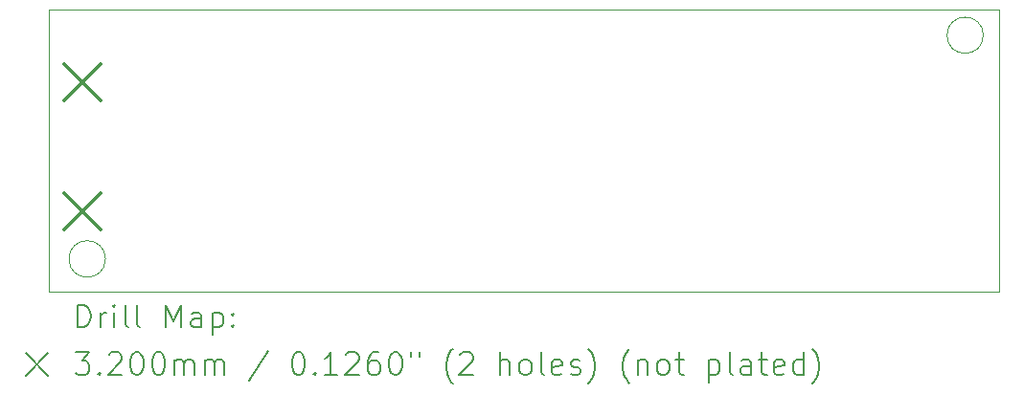
<source format=gbr>
%TF.GenerationSoftware,KiCad,Pcbnew,7.0.5-0*%
%TF.CreationDate,2024-02-03T13:41:08-08:00*%
%TF.ProjectId,transponder-11.9.1,7472616e-7370-46f6-9e64-65722d31312e,rev?*%
%TF.SameCoordinates,Original*%
%TF.FileFunction,Drillmap*%
%TF.FilePolarity,Positive*%
%FSLAX45Y45*%
G04 Gerber Fmt 4.5, Leading zero omitted, Abs format (unit mm)*
G04 Created by KiCad (PCBNEW 7.0.5-0) date 2024-02-03 13:41:08*
%MOMM*%
%LPD*%
G01*
G04 APERTURE LIST*
%ADD10C,0.100000*%
%ADD11C,0.200000*%
%ADD12C,0.320000*%
G04 APERTURE END LIST*
D10*
X10750000Y-8890000D02*
X19150000Y-8890000D01*
X19150000Y-11390000D01*
X10750000Y-11390000D01*
X10750000Y-8890000D01*
X19010312Y-9120000D02*
G75*
G03*
X19010312Y-9120000I-160312J0D01*
G01*
X11251245Y-11100000D02*
G75*
G03*
X11251245Y-11100000I-161245J0D01*
G01*
D11*
D12*
X10890000Y-9378000D02*
X11210000Y-9698000D01*
X11210000Y-9378000D02*
X10890000Y-9698000D01*
X10890000Y-10521000D02*
X11210000Y-10841000D01*
X11210000Y-10521000D02*
X10890000Y-10841000D01*
D11*
X11005777Y-11706484D02*
X11005777Y-11506484D01*
X11005777Y-11506484D02*
X11053396Y-11506484D01*
X11053396Y-11506484D02*
X11081967Y-11516008D01*
X11081967Y-11516008D02*
X11101015Y-11535055D01*
X11101015Y-11535055D02*
X11110539Y-11554103D01*
X11110539Y-11554103D02*
X11120063Y-11592198D01*
X11120063Y-11592198D02*
X11120063Y-11620769D01*
X11120063Y-11620769D02*
X11110539Y-11658865D01*
X11110539Y-11658865D02*
X11101015Y-11677912D01*
X11101015Y-11677912D02*
X11081967Y-11696960D01*
X11081967Y-11696960D02*
X11053396Y-11706484D01*
X11053396Y-11706484D02*
X11005777Y-11706484D01*
X11205777Y-11706484D02*
X11205777Y-11573150D01*
X11205777Y-11611246D02*
X11215301Y-11592198D01*
X11215301Y-11592198D02*
X11224824Y-11582674D01*
X11224824Y-11582674D02*
X11243872Y-11573150D01*
X11243872Y-11573150D02*
X11262920Y-11573150D01*
X11329586Y-11706484D02*
X11329586Y-11573150D01*
X11329586Y-11506484D02*
X11320062Y-11516008D01*
X11320062Y-11516008D02*
X11329586Y-11525531D01*
X11329586Y-11525531D02*
X11339110Y-11516008D01*
X11339110Y-11516008D02*
X11329586Y-11506484D01*
X11329586Y-11506484D02*
X11329586Y-11525531D01*
X11453396Y-11706484D02*
X11434348Y-11696960D01*
X11434348Y-11696960D02*
X11424824Y-11677912D01*
X11424824Y-11677912D02*
X11424824Y-11506484D01*
X11558158Y-11706484D02*
X11539110Y-11696960D01*
X11539110Y-11696960D02*
X11529586Y-11677912D01*
X11529586Y-11677912D02*
X11529586Y-11506484D01*
X11786729Y-11706484D02*
X11786729Y-11506484D01*
X11786729Y-11506484D02*
X11853396Y-11649341D01*
X11853396Y-11649341D02*
X11920062Y-11506484D01*
X11920062Y-11506484D02*
X11920062Y-11706484D01*
X12101015Y-11706484D02*
X12101015Y-11601722D01*
X12101015Y-11601722D02*
X12091491Y-11582674D01*
X12091491Y-11582674D02*
X12072443Y-11573150D01*
X12072443Y-11573150D02*
X12034348Y-11573150D01*
X12034348Y-11573150D02*
X12015301Y-11582674D01*
X12101015Y-11696960D02*
X12081967Y-11706484D01*
X12081967Y-11706484D02*
X12034348Y-11706484D01*
X12034348Y-11706484D02*
X12015301Y-11696960D01*
X12015301Y-11696960D02*
X12005777Y-11677912D01*
X12005777Y-11677912D02*
X12005777Y-11658865D01*
X12005777Y-11658865D02*
X12015301Y-11639817D01*
X12015301Y-11639817D02*
X12034348Y-11630293D01*
X12034348Y-11630293D02*
X12081967Y-11630293D01*
X12081967Y-11630293D02*
X12101015Y-11620769D01*
X12196253Y-11573150D02*
X12196253Y-11773150D01*
X12196253Y-11582674D02*
X12215301Y-11573150D01*
X12215301Y-11573150D02*
X12253396Y-11573150D01*
X12253396Y-11573150D02*
X12272443Y-11582674D01*
X12272443Y-11582674D02*
X12281967Y-11592198D01*
X12281967Y-11592198D02*
X12291491Y-11611246D01*
X12291491Y-11611246D02*
X12291491Y-11668388D01*
X12291491Y-11668388D02*
X12281967Y-11687436D01*
X12281967Y-11687436D02*
X12272443Y-11696960D01*
X12272443Y-11696960D02*
X12253396Y-11706484D01*
X12253396Y-11706484D02*
X12215301Y-11706484D01*
X12215301Y-11706484D02*
X12196253Y-11696960D01*
X12377205Y-11687436D02*
X12386729Y-11696960D01*
X12386729Y-11696960D02*
X12377205Y-11706484D01*
X12377205Y-11706484D02*
X12367682Y-11696960D01*
X12367682Y-11696960D02*
X12377205Y-11687436D01*
X12377205Y-11687436D02*
X12377205Y-11706484D01*
X12377205Y-11582674D02*
X12386729Y-11592198D01*
X12386729Y-11592198D02*
X12377205Y-11601722D01*
X12377205Y-11601722D02*
X12367682Y-11592198D01*
X12367682Y-11592198D02*
X12377205Y-11582674D01*
X12377205Y-11582674D02*
X12377205Y-11601722D01*
X10545000Y-11935000D02*
X10745000Y-12135000D01*
X10745000Y-11935000D02*
X10545000Y-12135000D01*
X10986729Y-11926484D02*
X11110539Y-11926484D01*
X11110539Y-11926484D02*
X11043872Y-12002674D01*
X11043872Y-12002674D02*
X11072444Y-12002674D01*
X11072444Y-12002674D02*
X11091491Y-12012198D01*
X11091491Y-12012198D02*
X11101015Y-12021722D01*
X11101015Y-12021722D02*
X11110539Y-12040769D01*
X11110539Y-12040769D02*
X11110539Y-12088388D01*
X11110539Y-12088388D02*
X11101015Y-12107436D01*
X11101015Y-12107436D02*
X11091491Y-12116960D01*
X11091491Y-12116960D02*
X11072444Y-12126484D01*
X11072444Y-12126484D02*
X11015301Y-12126484D01*
X11015301Y-12126484D02*
X10996253Y-12116960D01*
X10996253Y-12116960D02*
X10986729Y-12107436D01*
X11196253Y-12107436D02*
X11205777Y-12116960D01*
X11205777Y-12116960D02*
X11196253Y-12126484D01*
X11196253Y-12126484D02*
X11186729Y-12116960D01*
X11186729Y-12116960D02*
X11196253Y-12107436D01*
X11196253Y-12107436D02*
X11196253Y-12126484D01*
X11281967Y-11945531D02*
X11291491Y-11936008D01*
X11291491Y-11936008D02*
X11310539Y-11926484D01*
X11310539Y-11926484D02*
X11358158Y-11926484D01*
X11358158Y-11926484D02*
X11377205Y-11936008D01*
X11377205Y-11936008D02*
X11386729Y-11945531D01*
X11386729Y-11945531D02*
X11396253Y-11964579D01*
X11396253Y-11964579D02*
X11396253Y-11983627D01*
X11396253Y-11983627D02*
X11386729Y-12012198D01*
X11386729Y-12012198D02*
X11272443Y-12126484D01*
X11272443Y-12126484D02*
X11396253Y-12126484D01*
X11520062Y-11926484D02*
X11539110Y-11926484D01*
X11539110Y-11926484D02*
X11558158Y-11936008D01*
X11558158Y-11936008D02*
X11567682Y-11945531D01*
X11567682Y-11945531D02*
X11577205Y-11964579D01*
X11577205Y-11964579D02*
X11586729Y-12002674D01*
X11586729Y-12002674D02*
X11586729Y-12050293D01*
X11586729Y-12050293D02*
X11577205Y-12088388D01*
X11577205Y-12088388D02*
X11567682Y-12107436D01*
X11567682Y-12107436D02*
X11558158Y-12116960D01*
X11558158Y-12116960D02*
X11539110Y-12126484D01*
X11539110Y-12126484D02*
X11520062Y-12126484D01*
X11520062Y-12126484D02*
X11501015Y-12116960D01*
X11501015Y-12116960D02*
X11491491Y-12107436D01*
X11491491Y-12107436D02*
X11481967Y-12088388D01*
X11481967Y-12088388D02*
X11472443Y-12050293D01*
X11472443Y-12050293D02*
X11472443Y-12002674D01*
X11472443Y-12002674D02*
X11481967Y-11964579D01*
X11481967Y-11964579D02*
X11491491Y-11945531D01*
X11491491Y-11945531D02*
X11501015Y-11936008D01*
X11501015Y-11936008D02*
X11520062Y-11926484D01*
X11710539Y-11926484D02*
X11729586Y-11926484D01*
X11729586Y-11926484D02*
X11748634Y-11936008D01*
X11748634Y-11936008D02*
X11758158Y-11945531D01*
X11758158Y-11945531D02*
X11767682Y-11964579D01*
X11767682Y-11964579D02*
X11777205Y-12002674D01*
X11777205Y-12002674D02*
X11777205Y-12050293D01*
X11777205Y-12050293D02*
X11767682Y-12088388D01*
X11767682Y-12088388D02*
X11758158Y-12107436D01*
X11758158Y-12107436D02*
X11748634Y-12116960D01*
X11748634Y-12116960D02*
X11729586Y-12126484D01*
X11729586Y-12126484D02*
X11710539Y-12126484D01*
X11710539Y-12126484D02*
X11691491Y-12116960D01*
X11691491Y-12116960D02*
X11681967Y-12107436D01*
X11681967Y-12107436D02*
X11672443Y-12088388D01*
X11672443Y-12088388D02*
X11662920Y-12050293D01*
X11662920Y-12050293D02*
X11662920Y-12002674D01*
X11662920Y-12002674D02*
X11672443Y-11964579D01*
X11672443Y-11964579D02*
X11681967Y-11945531D01*
X11681967Y-11945531D02*
X11691491Y-11936008D01*
X11691491Y-11936008D02*
X11710539Y-11926484D01*
X11862920Y-12126484D02*
X11862920Y-11993150D01*
X11862920Y-12012198D02*
X11872443Y-12002674D01*
X11872443Y-12002674D02*
X11891491Y-11993150D01*
X11891491Y-11993150D02*
X11920063Y-11993150D01*
X11920063Y-11993150D02*
X11939110Y-12002674D01*
X11939110Y-12002674D02*
X11948634Y-12021722D01*
X11948634Y-12021722D02*
X11948634Y-12126484D01*
X11948634Y-12021722D02*
X11958158Y-12002674D01*
X11958158Y-12002674D02*
X11977205Y-11993150D01*
X11977205Y-11993150D02*
X12005777Y-11993150D01*
X12005777Y-11993150D02*
X12024824Y-12002674D01*
X12024824Y-12002674D02*
X12034348Y-12021722D01*
X12034348Y-12021722D02*
X12034348Y-12126484D01*
X12129586Y-12126484D02*
X12129586Y-11993150D01*
X12129586Y-12012198D02*
X12139110Y-12002674D01*
X12139110Y-12002674D02*
X12158158Y-11993150D01*
X12158158Y-11993150D02*
X12186729Y-11993150D01*
X12186729Y-11993150D02*
X12205777Y-12002674D01*
X12205777Y-12002674D02*
X12215301Y-12021722D01*
X12215301Y-12021722D02*
X12215301Y-12126484D01*
X12215301Y-12021722D02*
X12224824Y-12002674D01*
X12224824Y-12002674D02*
X12243872Y-11993150D01*
X12243872Y-11993150D02*
X12272443Y-11993150D01*
X12272443Y-11993150D02*
X12291491Y-12002674D01*
X12291491Y-12002674D02*
X12301015Y-12021722D01*
X12301015Y-12021722D02*
X12301015Y-12126484D01*
X12691491Y-11916960D02*
X12520063Y-12174103D01*
X12948634Y-11926484D02*
X12967682Y-11926484D01*
X12967682Y-11926484D02*
X12986729Y-11936008D01*
X12986729Y-11936008D02*
X12996253Y-11945531D01*
X12996253Y-11945531D02*
X13005777Y-11964579D01*
X13005777Y-11964579D02*
X13015301Y-12002674D01*
X13015301Y-12002674D02*
X13015301Y-12050293D01*
X13015301Y-12050293D02*
X13005777Y-12088388D01*
X13005777Y-12088388D02*
X12996253Y-12107436D01*
X12996253Y-12107436D02*
X12986729Y-12116960D01*
X12986729Y-12116960D02*
X12967682Y-12126484D01*
X12967682Y-12126484D02*
X12948634Y-12126484D01*
X12948634Y-12126484D02*
X12929586Y-12116960D01*
X12929586Y-12116960D02*
X12920063Y-12107436D01*
X12920063Y-12107436D02*
X12910539Y-12088388D01*
X12910539Y-12088388D02*
X12901015Y-12050293D01*
X12901015Y-12050293D02*
X12901015Y-12002674D01*
X12901015Y-12002674D02*
X12910539Y-11964579D01*
X12910539Y-11964579D02*
X12920063Y-11945531D01*
X12920063Y-11945531D02*
X12929586Y-11936008D01*
X12929586Y-11936008D02*
X12948634Y-11926484D01*
X13101015Y-12107436D02*
X13110539Y-12116960D01*
X13110539Y-12116960D02*
X13101015Y-12126484D01*
X13101015Y-12126484D02*
X13091491Y-12116960D01*
X13091491Y-12116960D02*
X13101015Y-12107436D01*
X13101015Y-12107436D02*
X13101015Y-12126484D01*
X13301015Y-12126484D02*
X13186729Y-12126484D01*
X13243872Y-12126484D02*
X13243872Y-11926484D01*
X13243872Y-11926484D02*
X13224825Y-11955055D01*
X13224825Y-11955055D02*
X13205777Y-11974103D01*
X13205777Y-11974103D02*
X13186729Y-11983627D01*
X13377206Y-11945531D02*
X13386729Y-11936008D01*
X13386729Y-11936008D02*
X13405777Y-11926484D01*
X13405777Y-11926484D02*
X13453396Y-11926484D01*
X13453396Y-11926484D02*
X13472444Y-11936008D01*
X13472444Y-11936008D02*
X13481967Y-11945531D01*
X13481967Y-11945531D02*
X13491491Y-11964579D01*
X13491491Y-11964579D02*
X13491491Y-11983627D01*
X13491491Y-11983627D02*
X13481967Y-12012198D01*
X13481967Y-12012198D02*
X13367682Y-12126484D01*
X13367682Y-12126484D02*
X13491491Y-12126484D01*
X13662920Y-11926484D02*
X13624825Y-11926484D01*
X13624825Y-11926484D02*
X13605777Y-11936008D01*
X13605777Y-11936008D02*
X13596253Y-11945531D01*
X13596253Y-11945531D02*
X13577206Y-11974103D01*
X13577206Y-11974103D02*
X13567682Y-12012198D01*
X13567682Y-12012198D02*
X13567682Y-12088388D01*
X13567682Y-12088388D02*
X13577206Y-12107436D01*
X13577206Y-12107436D02*
X13586729Y-12116960D01*
X13586729Y-12116960D02*
X13605777Y-12126484D01*
X13605777Y-12126484D02*
X13643872Y-12126484D01*
X13643872Y-12126484D02*
X13662920Y-12116960D01*
X13662920Y-12116960D02*
X13672444Y-12107436D01*
X13672444Y-12107436D02*
X13681967Y-12088388D01*
X13681967Y-12088388D02*
X13681967Y-12040769D01*
X13681967Y-12040769D02*
X13672444Y-12021722D01*
X13672444Y-12021722D02*
X13662920Y-12012198D01*
X13662920Y-12012198D02*
X13643872Y-12002674D01*
X13643872Y-12002674D02*
X13605777Y-12002674D01*
X13605777Y-12002674D02*
X13586729Y-12012198D01*
X13586729Y-12012198D02*
X13577206Y-12021722D01*
X13577206Y-12021722D02*
X13567682Y-12040769D01*
X13805777Y-11926484D02*
X13824825Y-11926484D01*
X13824825Y-11926484D02*
X13843872Y-11936008D01*
X13843872Y-11936008D02*
X13853396Y-11945531D01*
X13853396Y-11945531D02*
X13862920Y-11964579D01*
X13862920Y-11964579D02*
X13872444Y-12002674D01*
X13872444Y-12002674D02*
X13872444Y-12050293D01*
X13872444Y-12050293D02*
X13862920Y-12088388D01*
X13862920Y-12088388D02*
X13853396Y-12107436D01*
X13853396Y-12107436D02*
X13843872Y-12116960D01*
X13843872Y-12116960D02*
X13824825Y-12126484D01*
X13824825Y-12126484D02*
X13805777Y-12126484D01*
X13805777Y-12126484D02*
X13786729Y-12116960D01*
X13786729Y-12116960D02*
X13777206Y-12107436D01*
X13777206Y-12107436D02*
X13767682Y-12088388D01*
X13767682Y-12088388D02*
X13758158Y-12050293D01*
X13758158Y-12050293D02*
X13758158Y-12002674D01*
X13758158Y-12002674D02*
X13767682Y-11964579D01*
X13767682Y-11964579D02*
X13777206Y-11945531D01*
X13777206Y-11945531D02*
X13786729Y-11936008D01*
X13786729Y-11936008D02*
X13805777Y-11926484D01*
X13948634Y-11926484D02*
X13948634Y-11964579D01*
X14024825Y-11926484D02*
X14024825Y-11964579D01*
X14320063Y-12202674D02*
X14310539Y-12193150D01*
X14310539Y-12193150D02*
X14291491Y-12164579D01*
X14291491Y-12164579D02*
X14281968Y-12145531D01*
X14281968Y-12145531D02*
X14272444Y-12116960D01*
X14272444Y-12116960D02*
X14262920Y-12069341D01*
X14262920Y-12069341D02*
X14262920Y-12031246D01*
X14262920Y-12031246D02*
X14272444Y-11983627D01*
X14272444Y-11983627D02*
X14281968Y-11955055D01*
X14281968Y-11955055D02*
X14291491Y-11936008D01*
X14291491Y-11936008D02*
X14310539Y-11907436D01*
X14310539Y-11907436D02*
X14320063Y-11897912D01*
X14386729Y-11945531D02*
X14396253Y-11936008D01*
X14396253Y-11936008D02*
X14415301Y-11926484D01*
X14415301Y-11926484D02*
X14462920Y-11926484D01*
X14462920Y-11926484D02*
X14481968Y-11936008D01*
X14481968Y-11936008D02*
X14491491Y-11945531D01*
X14491491Y-11945531D02*
X14501015Y-11964579D01*
X14501015Y-11964579D02*
X14501015Y-11983627D01*
X14501015Y-11983627D02*
X14491491Y-12012198D01*
X14491491Y-12012198D02*
X14377206Y-12126484D01*
X14377206Y-12126484D02*
X14501015Y-12126484D01*
X14739110Y-12126484D02*
X14739110Y-11926484D01*
X14824825Y-12126484D02*
X14824825Y-12021722D01*
X14824825Y-12021722D02*
X14815301Y-12002674D01*
X14815301Y-12002674D02*
X14796253Y-11993150D01*
X14796253Y-11993150D02*
X14767682Y-11993150D01*
X14767682Y-11993150D02*
X14748634Y-12002674D01*
X14748634Y-12002674D02*
X14739110Y-12012198D01*
X14948634Y-12126484D02*
X14929587Y-12116960D01*
X14929587Y-12116960D02*
X14920063Y-12107436D01*
X14920063Y-12107436D02*
X14910539Y-12088388D01*
X14910539Y-12088388D02*
X14910539Y-12031246D01*
X14910539Y-12031246D02*
X14920063Y-12012198D01*
X14920063Y-12012198D02*
X14929587Y-12002674D01*
X14929587Y-12002674D02*
X14948634Y-11993150D01*
X14948634Y-11993150D02*
X14977206Y-11993150D01*
X14977206Y-11993150D02*
X14996253Y-12002674D01*
X14996253Y-12002674D02*
X15005777Y-12012198D01*
X15005777Y-12012198D02*
X15015301Y-12031246D01*
X15015301Y-12031246D02*
X15015301Y-12088388D01*
X15015301Y-12088388D02*
X15005777Y-12107436D01*
X15005777Y-12107436D02*
X14996253Y-12116960D01*
X14996253Y-12116960D02*
X14977206Y-12126484D01*
X14977206Y-12126484D02*
X14948634Y-12126484D01*
X15129587Y-12126484D02*
X15110539Y-12116960D01*
X15110539Y-12116960D02*
X15101015Y-12097912D01*
X15101015Y-12097912D02*
X15101015Y-11926484D01*
X15281968Y-12116960D02*
X15262920Y-12126484D01*
X15262920Y-12126484D02*
X15224825Y-12126484D01*
X15224825Y-12126484D02*
X15205777Y-12116960D01*
X15205777Y-12116960D02*
X15196253Y-12097912D01*
X15196253Y-12097912D02*
X15196253Y-12021722D01*
X15196253Y-12021722D02*
X15205777Y-12002674D01*
X15205777Y-12002674D02*
X15224825Y-11993150D01*
X15224825Y-11993150D02*
X15262920Y-11993150D01*
X15262920Y-11993150D02*
X15281968Y-12002674D01*
X15281968Y-12002674D02*
X15291491Y-12021722D01*
X15291491Y-12021722D02*
X15291491Y-12040769D01*
X15291491Y-12040769D02*
X15196253Y-12059817D01*
X15367682Y-12116960D02*
X15386730Y-12126484D01*
X15386730Y-12126484D02*
X15424825Y-12126484D01*
X15424825Y-12126484D02*
X15443872Y-12116960D01*
X15443872Y-12116960D02*
X15453396Y-12097912D01*
X15453396Y-12097912D02*
X15453396Y-12088388D01*
X15453396Y-12088388D02*
X15443872Y-12069341D01*
X15443872Y-12069341D02*
X15424825Y-12059817D01*
X15424825Y-12059817D02*
X15396253Y-12059817D01*
X15396253Y-12059817D02*
X15377206Y-12050293D01*
X15377206Y-12050293D02*
X15367682Y-12031246D01*
X15367682Y-12031246D02*
X15367682Y-12021722D01*
X15367682Y-12021722D02*
X15377206Y-12002674D01*
X15377206Y-12002674D02*
X15396253Y-11993150D01*
X15396253Y-11993150D02*
X15424825Y-11993150D01*
X15424825Y-11993150D02*
X15443872Y-12002674D01*
X15520063Y-12202674D02*
X15529587Y-12193150D01*
X15529587Y-12193150D02*
X15548634Y-12164579D01*
X15548634Y-12164579D02*
X15558158Y-12145531D01*
X15558158Y-12145531D02*
X15567682Y-12116960D01*
X15567682Y-12116960D02*
X15577206Y-12069341D01*
X15577206Y-12069341D02*
X15577206Y-12031246D01*
X15577206Y-12031246D02*
X15567682Y-11983627D01*
X15567682Y-11983627D02*
X15558158Y-11955055D01*
X15558158Y-11955055D02*
X15548634Y-11936008D01*
X15548634Y-11936008D02*
X15529587Y-11907436D01*
X15529587Y-11907436D02*
X15520063Y-11897912D01*
X15881968Y-12202674D02*
X15872444Y-12193150D01*
X15872444Y-12193150D02*
X15853396Y-12164579D01*
X15853396Y-12164579D02*
X15843872Y-12145531D01*
X15843872Y-12145531D02*
X15834349Y-12116960D01*
X15834349Y-12116960D02*
X15824825Y-12069341D01*
X15824825Y-12069341D02*
X15824825Y-12031246D01*
X15824825Y-12031246D02*
X15834349Y-11983627D01*
X15834349Y-11983627D02*
X15843872Y-11955055D01*
X15843872Y-11955055D02*
X15853396Y-11936008D01*
X15853396Y-11936008D02*
X15872444Y-11907436D01*
X15872444Y-11907436D02*
X15881968Y-11897912D01*
X15958158Y-11993150D02*
X15958158Y-12126484D01*
X15958158Y-12012198D02*
X15967682Y-12002674D01*
X15967682Y-12002674D02*
X15986730Y-11993150D01*
X15986730Y-11993150D02*
X16015301Y-11993150D01*
X16015301Y-11993150D02*
X16034349Y-12002674D01*
X16034349Y-12002674D02*
X16043872Y-12021722D01*
X16043872Y-12021722D02*
X16043872Y-12126484D01*
X16167682Y-12126484D02*
X16148634Y-12116960D01*
X16148634Y-12116960D02*
X16139111Y-12107436D01*
X16139111Y-12107436D02*
X16129587Y-12088388D01*
X16129587Y-12088388D02*
X16129587Y-12031246D01*
X16129587Y-12031246D02*
X16139111Y-12012198D01*
X16139111Y-12012198D02*
X16148634Y-12002674D01*
X16148634Y-12002674D02*
X16167682Y-11993150D01*
X16167682Y-11993150D02*
X16196253Y-11993150D01*
X16196253Y-11993150D02*
X16215301Y-12002674D01*
X16215301Y-12002674D02*
X16224825Y-12012198D01*
X16224825Y-12012198D02*
X16234349Y-12031246D01*
X16234349Y-12031246D02*
X16234349Y-12088388D01*
X16234349Y-12088388D02*
X16224825Y-12107436D01*
X16224825Y-12107436D02*
X16215301Y-12116960D01*
X16215301Y-12116960D02*
X16196253Y-12126484D01*
X16196253Y-12126484D02*
X16167682Y-12126484D01*
X16291492Y-11993150D02*
X16367682Y-11993150D01*
X16320063Y-11926484D02*
X16320063Y-12097912D01*
X16320063Y-12097912D02*
X16329587Y-12116960D01*
X16329587Y-12116960D02*
X16348634Y-12126484D01*
X16348634Y-12126484D02*
X16367682Y-12126484D01*
X16586730Y-11993150D02*
X16586730Y-12193150D01*
X16586730Y-12002674D02*
X16605777Y-11993150D01*
X16605777Y-11993150D02*
X16643873Y-11993150D01*
X16643873Y-11993150D02*
X16662920Y-12002674D01*
X16662920Y-12002674D02*
X16672444Y-12012198D01*
X16672444Y-12012198D02*
X16681968Y-12031246D01*
X16681968Y-12031246D02*
X16681968Y-12088388D01*
X16681968Y-12088388D02*
X16672444Y-12107436D01*
X16672444Y-12107436D02*
X16662920Y-12116960D01*
X16662920Y-12116960D02*
X16643873Y-12126484D01*
X16643873Y-12126484D02*
X16605777Y-12126484D01*
X16605777Y-12126484D02*
X16586730Y-12116960D01*
X16796254Y-12126484D02*
X16777206Y-12116960D01*
X16777206Y-12116960D02*
X16767682Y-12097912D01*
X16767682Y-12097912D02*
X16767682Y-11926484D01*
X16958158Y-12126484D02*
X16958158Y-12021722D01*
X16958158Y-12021722D02*
X16948635Y-12002674D01*
X16948635Y-12002674D02*
X16929587Y-11993150D01*
X16929587Y-11993150D02*
X16891492Y-11993150D01*
X16891492Y-11993150D02*
X16872444Y-12002674D01*
X16958158Y-12116960D02*
X16939111Y-12126484D01*
X16939111Y-12126484D02*
X16891492Y-12126484D01*
X16891492Y-12126484D02*
X16872444Y-12116960D01*
X16872444Y-12116960D02*
X16862920Y-12097912D01*
X16862920Y-12097912D02*
X16862920Y-12078865D01*
X16862920Y-12078865D02*
X16872444Y-12059817D01*
X16872444Y-12059817D02*
X16891492Y-12050293D01*
X16891492Y-12050293D02*
X16939111Y-12050293D01*
X16939111Y-12050293D02*
X16958158Y-12040769D01*
X17024825Y-11993150D02*
X17101015Y-11993150D01*
X17053396Y-11926484D02*
X17053396Y-12097912D01*
X17053396Y-12097912D02*
X17062920Y-12116960D01*
X17062920Y-12116960D02*
X17081968Y-12126484D01*
X17081968Y-12126484D02*
X17101015Y-12126484D01*
X17243873Y-12116960D02*
X17224825Y-12126484D01*
X17224825Y-12126484D02*
X17186730Y-12126484D01*
X17186730Y-12126484D02*
X17167682Y-12116960D01*
X17167682Y-12116960D02*
X17158158Y-12097912D01*
X17158158Y-12097912D02*
X17158158Y-12021722D01*
X17158158Y-12021722D02*
X17167682Y-12002674D01*
X17167682Y-12002674D02*
X17186730Y-11993150D01*
X17186730Y-11993150D02*
X17224825Y-11993150D01*
X17224825Y-11993150D02*
X17243873Y-12002674D01*
X17243873Y-12002674D02*
X17253396Y-12021722D01*
X17253396Y-12021722D02*
X17253396Y-12040769D01*
X17253396Y-12040769D02*
X17158158Y-12059817D01*
X17424825Y-12126484D02*
X17424825Y-11926484D01*
X17424825Y-12116960D02*
X17405777Y-12126484D01*
X17405777Y-12126484D02*
X17367682Y-12126484D01*
X17367682Y-12126484D02*
X17348635Y-12116960D01*
X17348635Y-12116960D02*
X17339111Y-12107436D01*
X17339111Y-12107436D02*
X17329587Y-12088388D01*
X17329587Y-12088388D02*
X17329587Y-12031246D01*
X17329587Y-12031246D02*
X17339111Y-12012198D01*
X17339111Y-12012198D02*
X17348635Y-12002674D01*
X17348635Y-12002674D02*
X17367682Y-11993150D01*
X17367682Y-11993150D02*
X17405777Y-11993150D01*
X17405777Y-11993150D02*
X17424825Y-12002674D01*
X17501016Y-12202674D02*
X17510539Y-12193150D01*
X17510539Y-12193150D02*
X17529587Y-12164579D01*
X17529587Y-12164579D02*
X17539111Y-12145531D01*
X17539111Y-12145531D02*
X17548635Y-12116960D01*
X17548635Y-12116960D02*
X17558158Y-12069341D01*
X17558158Y-12069341D02*
X17558158Y-12031246D01*
X17558158Y-12031246D02*
X17548635Y-11983627D01*
X17548635Y-11983627D02*
X17539111Y-11955055D01*
X17539111Y-11955055D02*
X17529587Y-11936008D01*
X17529587Y-11936008D02*
X17510539Y-11907436D01*
X17510539Y-11907436D02*
X17501016Y-11897912D01*
M02*

</source>
